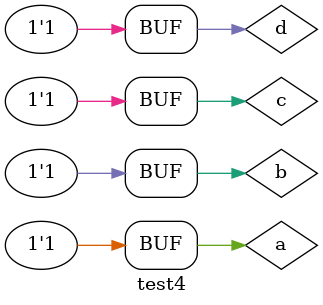
<source format=v>
module test4;
reg a,b,c,d;
wire Y;
aoi_4 tb(a,b,c,d,Y);
initial begin 
{a,b,c,d}=4'b0001;
#100 {a,b,c,d}=4'b0010;
#100{a,b,c,d}=4'b0100; 
#100 {a,b,c,d}=4'b1000;
#100{a,b,c,d}=4'b0011;
#100{a,b,c,d}=4'b0101;
#100{a,b,c,d}=4'b1001;
#100{a,b,c,d}=4'b0110;
#100{a,b,c,d}=4'b0111;
#100{a,b,c,d}=4'b1011;
#100{a,b,c,d}=4'b1100;
#100{a,b,c,d}=4'b1001;
#100{a,b,c,d}=4'b1010;
#100{a,b,c,d}=4'b1110;
#100{a,b,c,d}=4'b1111;
end
endmodule

</source>
